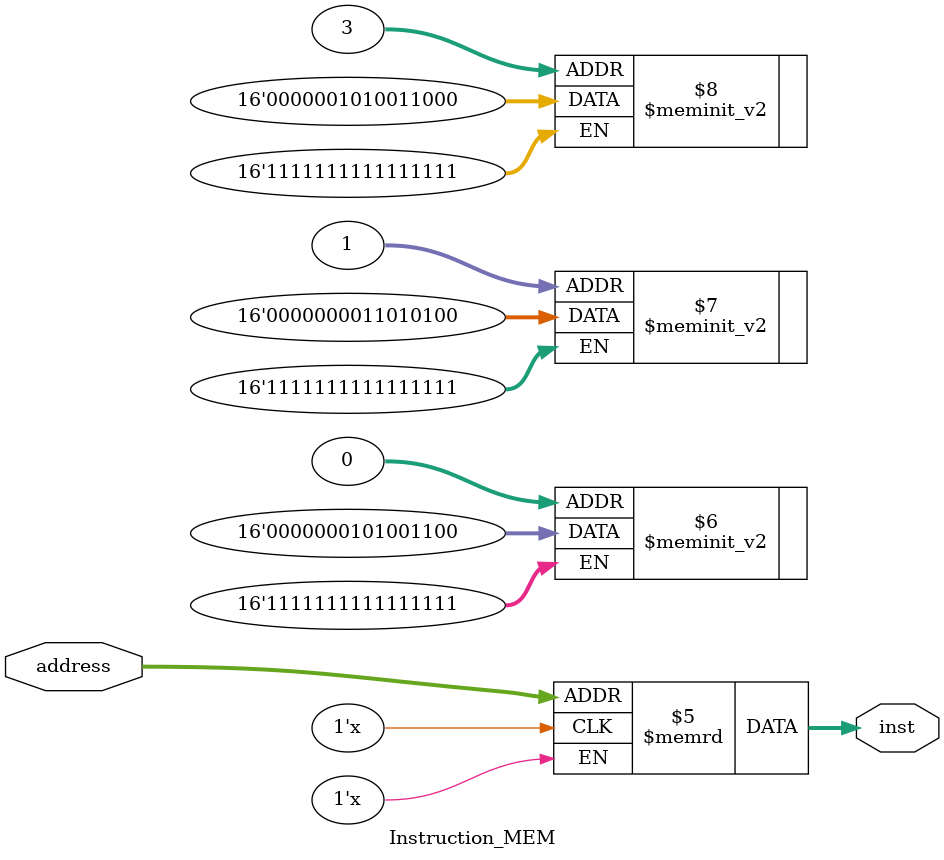
<source format=v>
`timescale 1ns / 1ps

//program will be stored in this location
module Instruction_MEM(
    input [15:0] address,
    output reg [15:0] inst
    );

    reg [15:0] mem [0:255];
    //insert program here
    initial begin
        // MOV R1, #5
        mem[0] = 16'b0000_000_101_001_1_00; 
        // MOV R2, #3
        mem[1] = 16'b0000_000_011_010_1_00;
        // ADD R3,R1,R2
        mem[3] = 16'b0000_001_010_011_0_00;        
    end
    always@(*) begin
        inst = mem[address];
    end
endmodule

</source>
